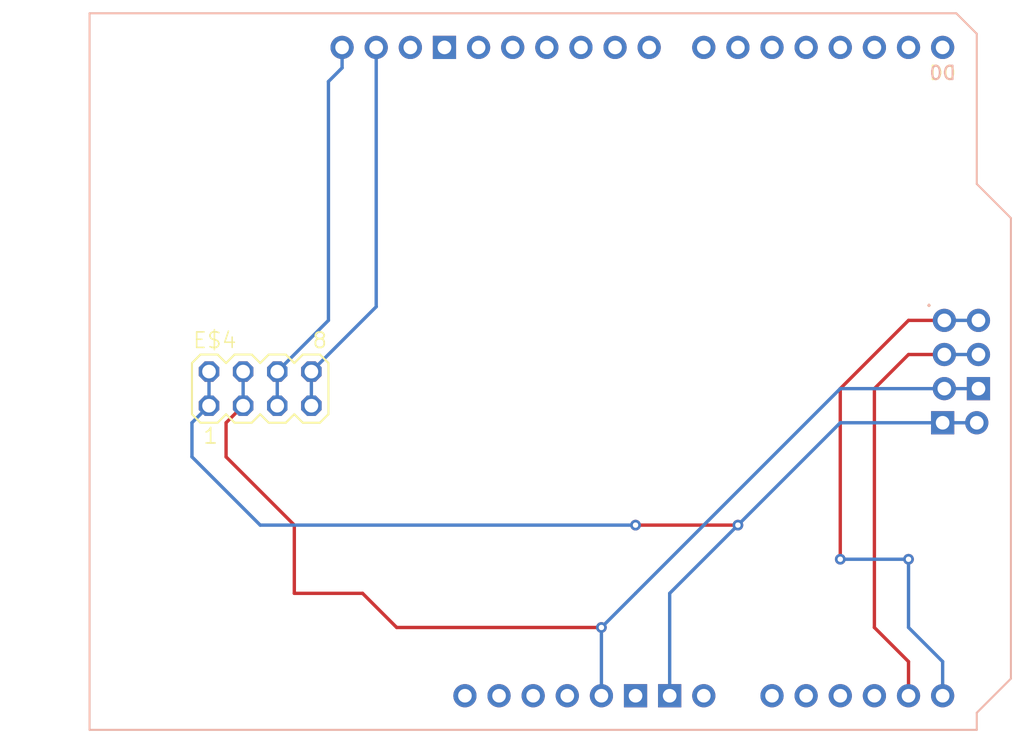
<source format=kicad_pcb>
(kicad_pcb (version 20221018) (generator pcbnew)
  (layers (0 "F.Cu" signal) (31 "B.Cu" signal) (34 "B.Paste" user) (35 "F.Paste" user) (36 "B.SilkS" user "B.Silkscreen") (37 "F.SilkS" user "F.Silkscreen") (38 "B.Mask" user) (39 "F.Mask" user) (44 "Edge.Cuts" user))
  (net 0 "")
  (footprint "Arduino_Shiel_Claudio_3:MA04-2" (layer "F.Cu") (at 60.96 101.6)
    (fp_text reference "E$4" (at -5.08 -2.921) (layer "F.SilkS") (effects (font (size 1.1557 1.1557) (thickness 0.1143)) (justify left bottom)))
    (fp_text value "")
    (fp_text user "8" (at 3.81 -2.921) (layer "F.SilkS") (effects (font (size 1.143 1.143) (thickness 0.127)) (justify left bottom)))
    (fp_text user "1" (at -4.318 4.191) (layer "F.SilkS") (effects (font (size 1.143 1.143) (thickness 0.127)) (justify left bottom)))
    (fp_line (start -5.08 -1.905) (end -5.08 1.905) (stroke (width 0.1524)) (layer "F.SilkS"))
    (fp_line (start -5.08 1.905) (end -4.445 2.54) (stroke (width 0.1524)) (layer "F.SilkS"))
    (fp_line (start -4.445 -2.54) (end -5.08 -1.905) (stroke (width 0.1524)) (layer "F.SilkS"))
    (fp_line (start -4.445 -2.54) (end -3.175 -2.54) (stroke (width 0.1524)) (layer "F.SilkS"))
    (fp_line (start -3.175 -2.54) (end -2.54 -1.905) (stroke (width 0.1524)) (layer "F.SilkS"))
    (fp_line (start -3.175 2.54) (end -4.445 2.54) (stroke (width 0.1524)) (layer "F.SilkS"))
    (fp_line (start -2.54 -1.905) (end -1.905 -2.54) (stroke (width 0.1524)) (layer "F.SilkS"))
    (fp_line (start -2.54 1.905) (end -3.175 2.54) (stroke (width 0.1524)) (layer "F.SilkS"))
    (fp_line (start -1.905 -2.54) (end -0.635 -2.54) (stroke (width 0.1524)) (layer "F.SilkS"))
    (fp_line (start -1.905 2.54) (end -2.54 1.905) (stroke (width 0.1524)) (layer "F.SilkS"))
    (fp_line (start -0.635 -2.54) (end 0 -1.905) (stroke (width 0.1524)) (layer "F.SilkS"))
    (fp_line (start -0.635 2.54) (end -1.905 2.54) (stroke (width 0.1524)) (layer "F.SilkS"))
    (fp_line (start 0 -1.905) (end 0.635 -2.54) (stroke (width 0.1524)) (layer "F.SilkS"))
    (fp_line (start 0 1.905) (end -0.635 2.54) (stroke (width 0.1524)) (layer "F.SilkS"))
    (fp_line (start 0.635 -2.54) (end 1.905 -2.54) (stroke (width 0.1524)) (layer "F.SilkS"))
    (fp_line (start 0.635 2.54) (end 0 1.905) (stroke (width 0.1524)) (layer "F.SilkS"))
    (fp_line (start 1.905 -2.54) (end 2.54 -1.905) (stroke (width 0.1524)) (layer "F.SilkS"))
    (fp_line (start 1.905 2.54) (end 0.635 2.54) (stroke (width 0.1524)) (layer "F.SilkS"))
    (fp_line (start 2.54 1.905) (end 1.905 2.54) (stroke (width 0.1524)) (layer "F.SilkS"))
    (fp_line (start 2.54 1.905) (end 3.175 2.54) (stroke (width 0.1524)) (layer "F.SilkS"))
    (fp_line (start 3.175 -2.54) (end 2.54 -1.905) (stroke (width 0.1524)) (layer "F.SilkS"))
    (fp_line (start 3.175 -2.54) (end 4.445 -2.54) (stroke (width 0.1524)) (layer "F.SilkS"))
    (fp_line (start 4.445 -2.54) (end 5.08 -1.905) (stroke (width 0.1524)) (layer "F.SilkS"))
    (fp_line (start 4.445 2.54) (end 3.175 2.54) (stroke (width 0.1524)) (layer "F.SilkS"))
    (fp_line (start 5.08 -1.905) (end 5.08 1.905) (stroke (width 0.1524)) (layer "F.SilkS"))
    (fp_line (start 5.08 1.905) (end 4.445 2.54) (stroke (width 0.1524)) (layer "F.SilkS"))
    (pad "1" thru_hole roundrect (at -3.81 1.27) (size 1.524 1.524) (drill 1.016) (layers "*.Cu" "*.Mask") (chamfer_ratio 0.2928932188) (chamfer top_left top_right bottom_left bottom_right))
    (pad "2" thru_hole roundrect (at -3.81 -1.27) (size 1.524 1.524) (drill 1.016) (layers "*.Cu" "*.Mask") (chamfer_ratio 0.2928932188) (chamfer top_left top_right bottom_left bottom_right))
    (pad "3" thru_hole roundrect (at -1.27 1.27) (size 1.524 1.524) (drill 1.016) (layers "*.Cu" "*.Mask") (chamfer_ratio 0.2928932188) (chamfer top_left top_right bottom_left bottom_right))
    (pad "4" thru_hole roundrect (at -1.27 -1.27) (size 1.524 1.524) (drill 1.016) (layers "*.Cu" "*.Mask") (chamfer_ratio 0.2928932188) (chamfer top_left top_right bottom_left bottom_right))
    (pad "5" thru_hole roundrect (at 1.27 1.27) (size 1.524 1.524) (drill 1.016) (layers "*.Cu" "*.Mask") (chamfer_ratio 0.2928932188) (chamfer top_left top_right bottom_left bottom_right))
    (pad "6" thru_hole roundrect (at 1.27 -1.27) (size 1.524 1.524) (drill 1.016) (layers "*.Cu" "*.Mask") (chamfer_ratio 0.2928932188) (chamfer top_left top_right bottom_left bottom_right))
    (pad "7" thru_hole roundrect (at 3.81 1.27) (size 1.524 1.524) (drill 1.016) (layers "*.Cu" "*.Mask") (chamfer_ratio 0.2928932188) (chamfer top_left top_right bottom_left bottom_right))
    (pad "8" thru_hole roundrect (at 3.81 -1.27) (size 1.524 1.524) (drill 1.016) (layers "*.Cu" "*.Mask") (chamfer_ratio 0.2928932188) (chamfer top_left top_right bottom_left bottom_right))
  )
  (footprint "arduino-library:Arduino_Uno_R3_Shield" (layer "F.Cu") (at 48.26 127)
    (fp_text reference "A**" hide)
    (fp_text value "Arduino_Uno_R3_Shield" hide)
    (fp_text user "." (at 62.484 -32.004) (layer "B.SilkS"))
    (fp_text user "D0" (at 63.5 -48.895 unlocked) (layer "B.SilkS") (effects (justify mirror)))
    (fp_text user "." (at 62.484 -32.004) (layer "F.SilkS"))
    (fp_text user "D0" (at 63.5 -48.895 unlocked) (layer "F.SilkS"))
    (fp_line (start 0 -53.34) (end 0 0) (stroke (width 0.15)) (layer "B.SilkS"))
    (fp_line (start 0 -53.34) (end 64.516 -53.34) (stroke (width 0.15)) (layer "B.SilkS"))
    (fp_line (start 0 0) (end 66.04 0) (stroke (width 0.15)) (layer "B.SilkS"))
    (fp_line (start 64.516 -53.34) (end 66.04 -51.816) (stroke (width 0.15)) (layer "B.SilkS"))
    (fp_line (start 66.04 -40.64) (end 66.04 -51.816) (stroke (width 0.15)) (layer "B.SilkS"))
    (fp_line (start 66.04 -1.27) (end 68.58 -3.81) (stroke (width 0.15)) (layer "B.SilkS"))
    (fp_line (start 66.04 0) (end 66.04 -1.27) (stroke (width 0.15)) (layer "B.SilkS"))
    (fp_line (start 68.58 -38.1) (end 66.04 -40.64) (stroke (width 0.15)) (layer "B.SilkS"))
    (fp_line (start 68.58 -3.81) (end 68.58 -38.1) (stroke (width 0.15)) (layer "B.SilkS"))
    (pad "" np_thru_hole circle (at 13.97 -2.54) (size 3.2 3.2) (drill 3.2) (layers "*.Cu" "*.Mask"))
    (pad "" np_thru_hole circle (at 15.24 -50.8) (size 3.2 3.2) (drill 3.2) (layers "*.Cu" "*.Mask"))
    (pad "" thru_hole oval (at 27.94 -2.54) (size 1.7272 1.7272) (drill 1.016) (layers "*.Cu" "*.Mask"))
    (pad "" np_thru_hole circle (at 66.04 -35.56) (size 3.2 3.2) (drill 3.2) (layers "*.Cu" "*.Mask"))
    (pad "" np_thru_hole circle (at 66.04 -7.62) (size 3.2 3.2) (drill 3.2) (layers "*.Cu" "*.Mask"))
    (pad "3V3" thru_hole oval (at 35.56 -2.54) (size 1.7272 1.7272) (drill 1.016) (layers "*.Cu" "*.Mask"))
    (pad "5V1" thru_hole oval (at 38.1 -2.54) (size 1.7272 1.7272) (drill 1.016) (layers "*.Cu" "*.Mask"))
    (pad "5V2" thru_hole oval (at 66.167 -30.48) (size 1.7272 1.7272) (drill 1.016) (layers "*.Cu" "*.Mask"))
    (pad "A0" thru_hole oval (at 50.8 -2.54) (size 1.7272 1.7272) (drill 1.016) (layers "*.Cu" "*.Mask"))
    (pad "A1" thru_hole oval (at 53.34 -2.54) (size 1.7272 1.7272) (drill 1.016) (layers "*.Cu" "*.Mask"))
    (pad "A2" thru_hole oval (at 55.88 -2.54) (size 1.7272 1.7272) (drill 1.016) (layers "*.Cu" "*.Mask"))
    (pad "A3" thru_hole oval (at 58.42 -2.54) (size 1.7272 1.7272) (drill 1.016) (layers "*.Cu" "*.Mask"))
    (pad "A4" thru_hole oval (at 60.96 -2.54) (size 1.7272 1.7272) (drill 1.016) (layers "*.Cu" "*.Mask"))
    (pad "A5" thru_hole oval (at 63.5 -2.54) (size 1.7272 1.7272) (drill 1.016) (layers "*.Cu" "*.Mask"))
    (pad "AREF" thru_hole oval (at 23.876 -50.8) (size 1.7272 1.7272) (drill 1.016) (layers "*.Cu" "*.Mask"))
    (pad "D0" thru_hole oval (at 63.5 -50.8) (size 1.7272 1.7272) (drill 1.016) (layers "*.Cu" "*.Mask"))
    (pad "D1" thru_hole oval (at 60.96 -50.8) (size 1.7272 1.7272) (drill 1.016) (layers "*.Cu" "*.Mask"))
    (pad "D2" thru_hole oval (at 58.42 -50.8) (size 1.7272 1.7272) (drill 1.016) (layers "*.Cu" "*.Mask"))
    (pad "D3" thru_hole oval (at 55.88 -50.8) (size 1.7272 1.7272) (drill 1.016) (layers "*.Cu" "*.Mask"))
    (pad "D4" thru_hole oval (at 53.34 -50.8) (size 1.7272 1.7272) (drill 1.016) (layers "*.Cu" "*.Mask"))
    (pad "D5" thru_hole oval (at 50.8 -50.8) (size 1.7272 1.7272) (drill 1.016) (layers "*.Cu" "*.Mask"))
    (pad "D6" thru_hole oval (at 48.26 -50.8) (size 1.7272 1.7272) (drill 1.016) (layers "*.Cu" "*.Mask"))
    (pad "D7" thru_hole oval (at 45.72 -50.8) (size 1.7272 1.7272) (drill 1.016) (layers "*.Cu" "*.Mask"))
    (pad "D8" thru_hole oval (at 41.656 -50.8) (size 1.7272 1.7272) (drill 1.016) (layers "*.Cu" "*.Mask"))
    (pad "D9" thru_hole oval (at 39.116 -50.8) (size 1.7272 1.7272) (drill 1.016) (layers "*.Cu" "*.Mask"))
    (pad "D10" thru_hole oval (at 36.576 -50.8) (size 1.7272 1.7272) (drill 1.016) (layers "*.Cu" "*.Mask"))
    (pad "D11" thru_hole oval (at 34.036 -50.8) (size 1.7272 1.7272) (drill 1.016) (layers "*.Cu" "*.Mask"))
    (pad "D12" thru_hole oval (at 31.496 -50.8) (size 1.7272 1.7272) (drill 1.016) (layers "*.Cu" "*.Mask"))
    (pad "D13" thru_hole oval (at 28.956 -50.8) (size 1.7272 1.7272) (drill 1.016) (layers "*.Cu" "*.Mask"))
    (pad "GND1" thru_hole rect (at 26.416 -50.8) (size 1.7272 1.7272) (drill 1.016) (layers "*.Cu" "*.Mask"))
    (pad "GND2" thru_hole rect (at 40.64 -2.54) (size 1.7272 1.7272) (drill 1.016) (layers "*.Cu" "*.Mask"))
    (pad "GND3" thru_hole rect (at 43.18 -2.54) (size 1.7272 1.7272) (drill 1.016) (layers "*.Cu" "*.Mask"))
    (pad "GND4" thru_hole rect (at 63.5 -22.86) (size 1.7272 1.7272) (drill 1.016) (layers "*.Cu" "*.Mask"))
    (pad "GND4" thru_hole rect (at 66.167 -25.4) (size 1.7272 1.7272) (drill 1.016) (layers "*.Cu" "*.Mask"))
    (pad "IORF" thru_hole oval (at 30.48 -2.54) (size 1.7272 1.7272) (drill 1.016) (layers "*.Cu" "*.Mask"))
    (pad "MISO" thru_hole oval (at 63.627 -30.48) (size 1.7272 1.7272) (drill 1.016) (layers "*.Cu" "*.Mask"))
    (pad "MOSI" thru_hole oval (at 66.167 -27.94) (size 1.7272 1.7272) (drill 1.016) (layers "*.Cu" "*.Mask"))
    (pad "RST1" thru_hole oval (at 33.02 -2.54) (size 1.7272 1.7272) (drill 1.016) (layers "*.Cu" "*.Mask"))
    (pad "RST2" thru_hole oval (at 63.627 -25.4) (size 1.7272 1.7272) (drill 1.016) (layers "*.Cu" "*.Mask"))
    (pad "RST2" thru_hole oval (at 66.04 -22.86) (size 1.7272 1.7272) (drill 1.016) (layers "*.Cu" "*.Mask"))
    (pad "SCK" thru_hole oval (at 63.627 -27.94) (size 1.7272 1.7272) (drill 1.016) (layers "*.Cu" "*.Mask"))
    (pad "SCL" thru_hole oval (at 18.796 -50.8) (size 1.7272 1.7272) (drill 1.016) (layers "*.Cu" "*.Mask"))
    (pad "SDA" thru_hole oval (at 21.336 -50.8) (size 1.7272 1.7272) (drill 1.016) (layers "*.Cu" "*.Mask"))
    (pad "VIN" thru_hole oval (at 45.72 -2.54) (size 1.7272 1.7272) (drill 1.016) (layers "*.Cu" "*.Mask"))
  )
  (segment (start 109.22 121.92) (end 109.22 124.46) (width 0.25) (layer "F.Cu") (net 0))
  (segment (start 58.42 106.68) (end 63.5 111.76) (width 0.25) (layer "F.Cu") (net 0))
  (segment (start 106.68 101.6) (end 106.68 119.38) (width 0.25) (layer "F.Cu") (net 0))
  (segment (start 71.12 119.38) (end 86.36 119.38) (width 0.25) (layer "F.Cu") (net 0))
  (segment (start 88.9 111.76) (end 96.52 111.76) (width 0.25) (layer "F.Cu") (net 0))
  (segment (start 111.887 96.52) (end 109.22 96.52) (width 0.25) (layer "F.Cu") (net 0))
  (segment (start 104.14 101.6) (end 104.14 114.3) (width 0.25) (layer "F.Cu") (net 0))
  (segment (start 109.22 96.52) (end 104.14 101.6) (width 0.25) (layer "F.Cu") (net 0))
  (segment (start 63.5 116.84) (end 68.58 116.84) (width 0.25) (layer "F.Cu") (net 0))
  (segment (start 63.5 111.76) (end 63.5 116.84) (width 0.25) (layer "F.Cu") (net 0))
  (segment (start 109.22 99.06) (end 106.68 101.6) (width 0.25) (layer "F.Cu") (net 0))
  (segment (start 68.58 116.84) (end 71.12 119.38) (width 0.25) (layer "F.Cu") (net 0))
  (segment (start 58.42 104.14) (end 58.42 106.68) (width 0.25) (layer "F.Cu") (net 0))
  (segment (start 111.887 99.06) (end 109.22 99.06) (width 0.25) (layer "F.Cu") (net 0))
  (segment (start 106.68 119.38) (end 109.22 121.92) (width 0.25) (layer "F.Cu") (net 0))
  (segment (start 59.69 102.87) (end 58.42 104.14) (width 0.25) (layer "F.Cu") (net 0))
  (via (at 104.14 114.3) (size 0.8) (drill 0.4) (layers "F.Cu" "B.Cu") (net 0))
  (via (at 109.22 114.3) (size 0.8) (drill 0.4) (layers "F.Cu" "B.Cu") (net 0))
  (via (at 96.52 111.76) (size 0.8) (drill 0.4) (layers "F.Cu" "B.Cu") (net 0))
  (via (at 88.9 111.76) (size 0.8) (drill 0.4) (layers "F.Cu" "B.Cu") (net 0))
  (via (at 86.36 119.38) (size 0.8) (drill 0.4) (layers "F.Cu" "B.Cu") (net 0))
  (segment (start 91.44 116.84) (end 91.44 124.46) (width 0.25) (layer "B.Cu") (net 0))
  (segment (start 111.76 121.92) (end 111.76 124.46) (width 0.25) (layer "B.Cu") (net 0))
  (segment (start 111.76 104.14) (end 104.14 104.14) (width 0.25) (layer "B.Cu") (net 0))
  (segment (start 60.96 111.76) (end 88.9 111.76) (width 0.25) (layer "B.Cu") (net 0))
  (segment (start 86.36 119.38) (end 86.36 124.46) (width 0.25) (layer "B.Cu") (net 0))
  (segment (start 104.14 104.14) (end 91.44 116.84) (width 0.25) (layer "B.Cu") (net 0))
  (segment (start 57.15 100.33) (end 57.15 102.87) (width 0.25) (layer "B.Cu") (net 0))
  (segment (start 55.88 106.68) (end 60.96 111.76) (width 0.25) (layer "B.Cu") (net 0))
  (segment (start 67.056 77.724) (end 67.056 76.2) (width 0.25) (layer "B.Cu") (net 0))
  (segment (start 69.596 95.504) (end 69.596 76.2) (width 0.25) (layer "B.Cu") (net 0))
  (segment (start 104.14 101.6) (end 88.9 116.84) (width 0.25) (layer "B.Cu") (net 0))
  (segment (start 55.88 104.14) (end 55.88 106.68) (width 0.25) (layer "B.Cu") (net 0))
  (segment (start 111.887 101.6) (end 104.14 101.6) (width 0.25) (layer "B.Cu") (net 0))
  (segment (start 64.77 100.33) (end 69.596 95.504) (width 0.25) (layer "B.Cu") (net 0))
  (segment (start 88.9 116.84) (end 86.36 119.38) (width 0.25) (layer "B.Cu") (net 0))
  (segment (start 111.76 104.14) (end 114.3 104.14) (width 0.25) (layer "B.Cu") (net 0))
  (segment (start 66.04 96.52) (end 66.04 78.74) (width 0.25) (layer "B.Cu") (net 0))
  (segment (start 62.23 100.33) (end 62.23 102.87) (width 0.25) (layer "B.Cu") (net 0))
  (segment (start 66.04 78.74) (end 67.056 77.724) (width 0.25) (layer "B.Cu") (net 0))
  (segment (start 109.22 119.38) (end 111.76 121.92) (width 0.25) (layer "B.Cu") (net 0))
  (segment (start 104.14 114.3) (end 109.22 114.3) (width 0.25) (layer "B.Cu") (net 0))
  (segment (start 111.887 99.06) (end 114.427 99.06) (width 0.25) (layer "B.Cu") (net 0))
  (segment (start 62.23 100.33) (end 66.04 96.52) (width 0.25) (layer "B.Cu") (net 0))
  (segment (start 111.887 96.52) (end 114.427 96.52) (width 0.25) (layer "B.Cu") (net 0))
  (segment (start 111.887 101.6) (end 114.427 101.6) (width 0.25) (layer "B.Cu") (net 0))
  (segment (start 57.15 102.87) (end 55.88 104.14) (width 0.25) (layer "B.Cu") (net 0))
  (segment (start 64.77 100.33) (end 64.77 102.87) (width 0.25) (layer "B.Cu") (net 0))
  (segment (start 109.22 114.3) (end 109.22 119.38) (width 0.25) (layer "B.Cu") (net 0))
  (segment (start 59.69 100.33) (end 59.69 102.87) (width 0.25) (layer "B.Cu") (net 0))
)
</source>
